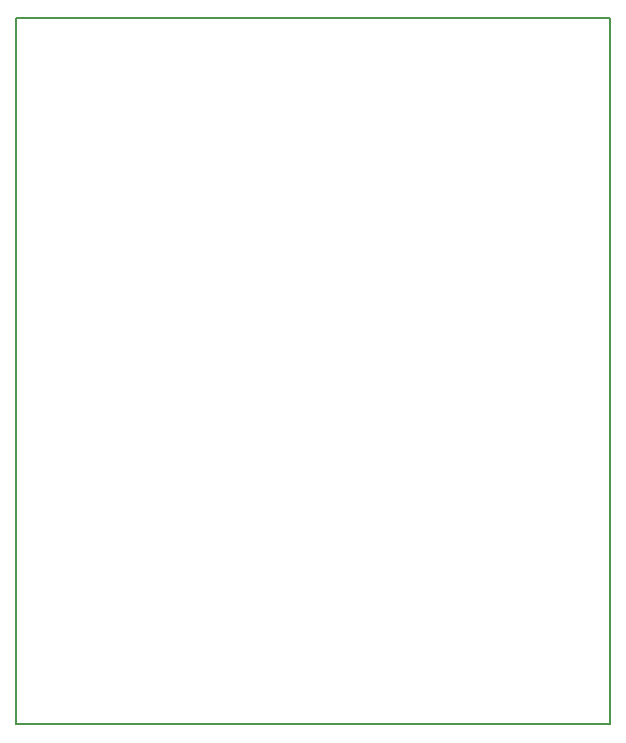
<source format=gm1>
G04 MADE WITH FRITZING*
G04 WWW.FRITZING.ORG*
G04 DOUBLE SIDED*
G04 HOLES PLATED*
G04 CONTOUR ON CENTER OF CONTOUR VECTOR*
%ASAXBY*%
%FSLAX23Y23*%
%MOIN*%
%OFA0B0*%
%SFA1.0B1.0*%
%ADD10R,1.987460X2.360090*%
%ADD11C,0.008000*%
%ADD10C,0.008*%
%LNCONTOUR*%
G90*
G70*
G54D10*
G54D11*
X4Y2356D02*
X1983Y2356D01*
X1983Y4D01*
X4Y4D01*
X4Y2356D01*
D02*
G04 End of contour*
M02*
</source>
